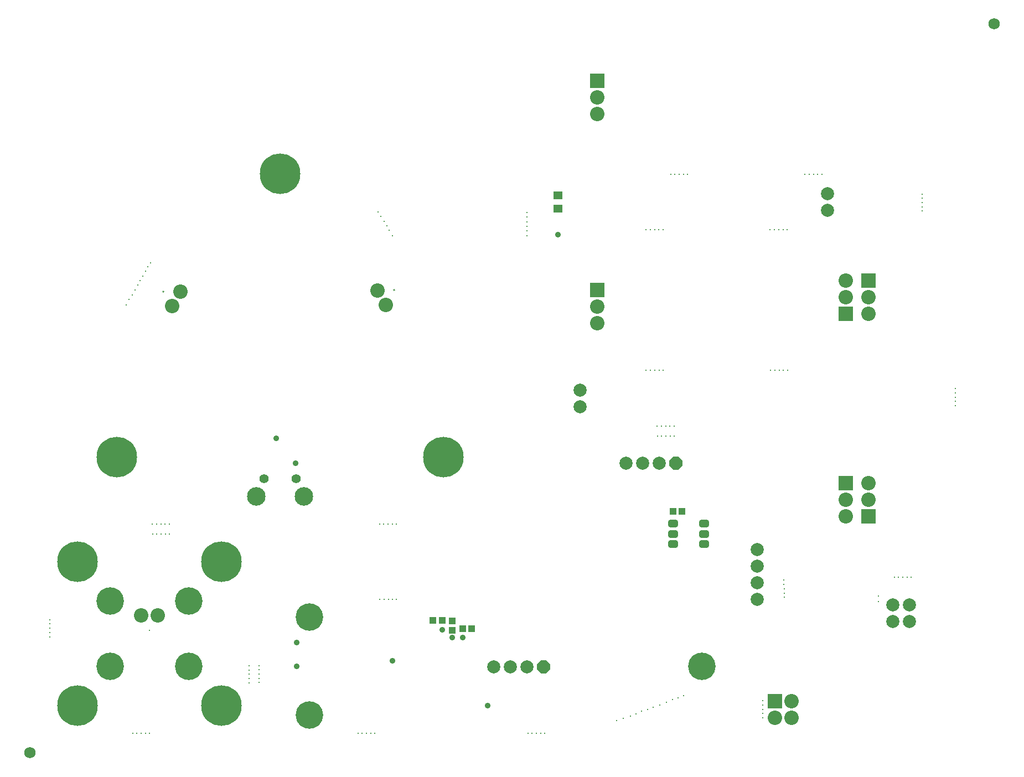
<source format=gbs>
G04 Layer_Color=16711935*
%FSLAX44Y44*%
%MOMM*%
G71*
G01*
G75*
%ADD43R,1.0532X1.0532*%
%ADD45R,1.4532X1.2032*%
%ADD46R,1.0532X1.0532*%
G04:AMPARAMS|DCode=52|XSize=1.5032mm|YSize=1.2032mm|CornerRadius=0.3516mm|HoleSize=0mm|Usage=FLASHONLY|Rotation=180.000|XOffset=0mm|YOffset=0mm|HoleType=Round|Shape=RoundedRectangle|*
%AMROUNDEDRECTD52*
21,1,1.5032,0.5000,0,0,180.0*
21,1,0.8000,1.2032,0,0,180.0*
1,1,0.7032,-0.4000,0.2500*
1,1,0.7032,0.4000,0.2500*
1,1,0.7032,0.4000,-0.2500*
1,1,0.7032,-0.4000,-0.2500*
%
%ADD52ROUNDEDRECTD52*%
%ADD55C,0.2032*%
%ADD56C,1.7272*%
%ADD57C,2.0032*%
%ADD58R,2.2032X2.2032*%
%ADD59C,2.2032*%
G04:AMPARAMS|DCode=60|XSize=0.2032mm|YSize=0.2032mm|CornerRadius=0mm|HoleSize=0mm|Usage=FLASHONLY|Rotation=0.000|XOffset=0mm|YOffset=0mm|HoleType=Round|Shape=RoundedRectangle|*
%AMROUNDEDRECTD60*
21,1,0.2032,0.2032,0,0,0.0*
21,1,0.2032,0.2032,0,0,0.0*
1,1,0.0000,0.1016,-0.1016*
1,1,0.0000,-0.1016,-0.1016*
1,1,0.0000,-0.1016,0.1016*
1,1,0.0000,0.1016,0.1016*
%
%ADD60ROUNDEDRECTD60*%
%ADD61C,4.2032*%
%ADD62C,6.2032*%
%ADD63C,0.9032*%
%ADD64P,2.1683X8X202.5*%
G04:AMPARAMS|DCode=65|XSize=0.2032mm|YSize=0.2032mm|CornerRadius=0mm|HoleSize=0mm|Usage=FLASHONLY|Rotation=240.000|XOffset=0mm|YOffset=0mm|HoleType=Round|Shape=RoundedRectangle|*
%AMROUNDEDRECTD65*
21,1,0.2032,0.2032,0,0,240.0*
21,1,0.2032,0.2032,0,0,240.0*
1,1,0.0000,-0.1388,-0.0372*
1,1,0.0000,-0.0372,0.1388*
1,1,0.0000,0.1388,0.0372*
1,1,0.0000,0.0372,-0.1388*
%
%ADD65ROUNDEDRECTD65*%
G04:AMPARAMS|DCode=66|XSize=0.2032mm|YSize=0.2032mm|CornerRadius=0mm|HoleSize=0mm|Usage=FLASHONLY|Rotation=120.000|XOffset=0mm|YOffset=0mm|HoleType=Round|Shape=RoundedRectangle|*
%AMROUNDEDRECTD66*
21,1,0.2032,0.2032,0,0,120.0*
21,1,0.2032,0.2032,0,0,120.0*
1,1,0.0000,0.0372,0.1388*
1,1,0.0000,0.1388,-0.0372*
1,1,0.0000,-0.0372,-0.1388*
1,1,0.0000,-0.1388,0.0372*
%
%ADD66ROUNDEDRECTD66*%
%ADD67C,1.4032*%
%ADD68C,2.8432*%
D43*
X663500Y205250D02*
D03*
Y219250D02*
D03*
D45*
X824990Y870042D02*
D03*
Y850042D02*
D03*
D46*
X647750Y220000D02*
D03*
X633750D02*
D03*
X679250Y207250D02*
D03*
X693250D02*
D03*
X1015041Y386827D02*
D03*
X1001041D02*
D03*
D52*
X1048291Y368327D02*
D03*
Y352577D02*
D03*
Y336827D02*
D03*
X1001291D02*
D03*
Y352577D02*
D03*
Y368327D02*
D03*
D55*
X1170541Y281805D02*
D03*
Y274804D02*
D03*
X1171000Y268000D02*
D03*
Y256000D02*
D03*
X204500Y367750D02*
D03*
X211000D02*
D03*
X224250D02*
D03*
X217750D02*
D03*
X230500D02*
D03*
X231000Y352500D02*
D03*
X218250D02*
D03*
X224750D02*
D03*
X211500D02*
D03*
X205000D02*
D03*
X174500Y47750D02*
D03*
X181000D02*
D03*
X194250D02*
D03*
X187750D02*
D03*
X200500D02*
D03*
X47500Y221000D02*
D03*
Y208250D02*
D03*
Y214750D02*
D03*
Y201500D02*
D03*
Y195000D02*
D03*
X352250Y124500D02*
D03*
Y131000D02*
D03*
Y144250D02*
D03*
Y137750D02*
D03*
Y150500D02*
D03*
X367500Y151000D02*
D03*
Y138250D02*
D03*
Y144750D02*
D03*
Y131500D02*
D03*
Y125000D02*
D03*
X519000Y47500D02*
D03*
X531750D02*
D03*
X525250D02*
D03*
X538500D02*
D03*
X545000D02*
D03*
X779000D02*
D03*
X791750D02*
D03*
X785250D02*
D03*
X798500D02*
D03*
X805000D02*
D03*
X1365500Y286250D02*
D03*
X1359000D02*
D03*
X1345750D02*
D03*
X1352250D02*
D03*
X1339500D02*
D03*
X1432500Y549000D02*
D03*
Y561750D02*
D03*
Y555250D02*
D03*
Y568500D02*
D03*
Y575000D02*
D03*
X1382500Y846500D02*
D03*
Y859250D02*
D03*
Y852750D02*
D03*
Y866000D02*
D03*
Y872500D02*
D03*
X1023500Y902500D02*
D03*
X1010750D02*
D03*
X1017250D02*
D03*
X1004000D02*
D03*
X997500D02*
D03*
X1228500D02*
D03*
X1215750D02*
D03*
X1222250D02*
D03*
X1209000D02*
D03*
X1202500D02*
D03*
X552000Y367750D02*
D03*
X558500D02*
D03*
X571750D02*
D03*
X565250D02*
D03*
X578000D02*
D03*
X578000Y252000D02*
D03*
X566000D02*
D03*
X572000D02*
D03*
X559000D02*
D03*
X552500Y252500D02*
D03*
X977093Y502315D02*
D03*
X983593D02*
D03*
X996843D02*
D03*
X990343D02*
D03*
X1003093D02*
D03*
X1002593Y517565D02*
D03*
X989843D02*
D03*
X996343D02*
D03*
X983093D02*
D03*
X976593D02*
D03*
X202000Y767000D02*
D03*
X198000Y761000D02*
D03*
X194000Y754000D02*
D03*
X190000Y747000D02*
D03*
X186000Y740000D02*
D03*
X182000Y733000D02*
D03*
X178000Y726000D02*
D03*
X174000Y718000D02*
D03*
X169000Y711000D02*
D03*
X165000Y703000D02*
D03*
X572000Y809000D02*
D03*
X567000Y817000D02*
D03*
X563000Y824000D02*
D03*
X559000Y831000D02*
D03*
X554000Y838000D02*
D03*
X550000Y845000D02*
D03*
X778000Y844000D02*
D03*
Y837000D02*
D03*
Y830000D02*
D03*
Y823000D02*
D03*
Y816000D02*
D03*
Y809000D02*
D03*
X986000Y602500D02*
D03*
X973250D02*
D03*
X979750D02*
D03*
X966500D02*
D03*
X960000D02*
D03*
X1176000D02*
D03*
X1163250D02*
D03*
X1169750D02*
D03*
X1156500D02*
D03*
X1150000D02*
D03*
X1175500Y817750D02*
D03*
X1162750D02*
D03*
X1169250D02*
D03*
X1156000D02*
D03*
X1149500D02*
D03*
X985500D02*
D03*
X972750D02*
D03*
X979250D02*
D03*
X966000D02*
D03*
X959500D02*
D03*
X1138250Y71500D02*
D03*
Y84250D02*
D03*
Y77750D02*
D03*
Y91000D02*
D03*
Y97500D02*
D03*
X1017000Y105000D02*
D03*
X1009000Y102000D02*
D03*
X1000000Y99000D02*
D03*
X991000Y95000D02*
D03*
X981000Y91000D02*
D03*
X971000Y87000D02*
D03*
X962000Y84000D02*
D03*
X953000Y81000D02*
D03*
X944000Y77000D02*
D03*
X936000Y74000D02*
D03*
X925000Y70000D02*
D03*
X915000Y67000D02*
D03*
X1171000Y262000D02*
D03*
X1315000Y257000D02*
D03*
Y249000D02*
D03*
D56*
X17500Y17500D02*
D03*
X1492500Y1132500D02*
D03*
D57*
X859260Y546958D02*
D03*
Y572358D02*
D03*
X1236990Y847342D02*
D03*
Y872742D02*
D03*
X1362500Y243815D02*
D03*
Y218416D02*
D03*
X1337100Y243815D02*
D03*
Y218416D02*
D03*
X777750Y148750D02*
D03*
X752350D02*
D03*
X726950D02*
D03*
X979541Y460827D02*
D03*
X954141D02*
D03*
X928741D02*
D03*
X1129541Y328927D02*
D03*
Y252727D02*
D03*
Y278127D02*
D03*
Y303527D02*
D03*
D58*
X1265260Y689558D02*
D03*
Y430358D02*
D03*
X1300260Y740358D02*
D03*
Y379558D02*
D03*
X884990Y725442D02*
D03*
Y1045442D02*
D03*
X1157300Y96516D02*
D03*
D59*
X1265260Y714958D02*
D03*
Y740358D02*
D03*
Y404958D02*
D03*
Y379558D02*
D03*
X1300260Y714958D02*
D03*
Y689558D02*
D03*
Y404958D02*
D03*
Y430358D02*
D03*
X187300Y227800D02*
D03*
X212700D02*
D03*
X884990Y674642D02*
D03*
Y700042D02*
D03*
Y994642D02*
D03*
Y1020042D02*
D03*
X1157300Y71115D02*
D03*
X1182700D02*
D03*
Y96516D02*
D03*
X247350Y723011D02*
D03*
X234650Y701014D02*
D03*
X561350Y703014D02*
D03*
X548650Y725011D02*
D03*
D60*
X200000Y205000D02*
D03*
D61*
X260000Y250000D02*
D03*
X140000D02*
D03*
Y150000D02*
D03*
X260000D02*
D03*
X445000Y225000D02*
D03*
Y75000D02*
D03*
X1045000Y150000D02*
D03*
D62*
X90000Y310000D02*
D03*
X310000D02*
D03*
Y90000D02*
D03*
X90000D02*
D03*
X400000Y903013D02*
D03*
X150000Y470003D02*
D03*
X650000D02*
D03*
D63*
X824990Y810042D02*
D03*
X647750Y205750D02*
D03*
X679250Y194000D02*
D03*
X663500D02*
D03*
X425750Y186000D02*
D03*
X571750Y158500D02*
D03*
X717250Y89750D02*
D03*
X425750Y150000D02*
D03*
X424000Y461013D02*
D03*
X394250Y499013D02*
D03*
D64*
X803150Y148750D02*
D03*
X1004941Y460827D02*
D03*
D65*
X221255Y723413D02*
D03*
D66*
X574745Y725413D02*
D03*
D67*
X375750Y436813D02*
D03*
X424250D02*
D03*
D68*
X363750Y410013D02*
D03*
X436250D02*
D03*
M02*

</source>
